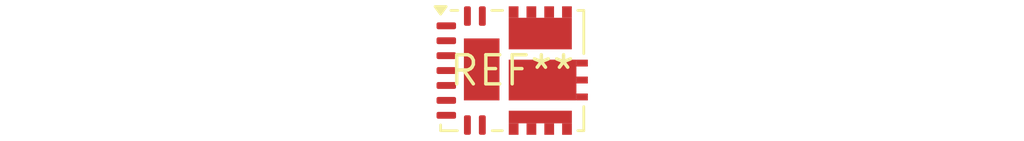
<source format=kicad_pcb>
(kicad_pcb (version 20240108) (generator pcbnew)
  (layers (0 "F.Cu" signal) (31 "B.Cu" signal) (34 "B.Paste" user) (35 "F.Paste" user) (36 "B.SilkS" user "B.Silkscreen") (37 "F.SilkS" user "F.Silkscreen") (38 "B.Mask" user) (39 "F.Mask" user) (44 "Edge.Cuts" user))
  (net 0 "")
  (footprint "Infineon_PQFN-22-15-4EP_6x5mm_P0.65mm" (layer "F.Cu") (at 0 0)
    (property "Reference" "REF**")
    (property "Value" "Infineon_PQFN-22-15-4EP_6x5mm_P0.65mm")
    (fp_line (start -3.12 2.62) (end -3.12 2.37) (layer "F.SilkS") (stroke (width 0.12)))
    (fp_line (start -2.39 2.62) (end -3.12 2.62) (layer "F.SilkS") (stroke (width 0.12)))
    (fp_line (start -2.37 -2.62) (end -2.67 -2.62) (layer "F.SilkS") (stroke (width 0.12)))
    (fp_line (start -0.89 -2.62) (end -0.42 -2.62) (layer "F.SilkS") (stroke (width 0.12)))
    (fp_line (start -0.87 2.62) (end -0.43 2.62) (layer "F.SilkS") (stroke (width 0.12)))
    (fp_line (start 3.12 -2.62) (end 2.86 -2.62) (layer "F.SilkS") (stroke (width 0.12)))
    (fp_line (start 3.12 -2.62) (end 3.12 -0.74) (layer "F.SilkS") (stroke (width 0.12)))
    (fp_line (start 3.12 1.57) (end 3.12 2.62) (layer "F.SilkS") (stroke (width 0.12)))
    (fp_line (start 3.12 2.62) (end 2.86 2.62) (layer "F.SilkS") (stroke (width 0.12)))
    (fp_poly (pts (xy -3.12 -2.46) (xy -3.36 -2.79) (xy -2.88 -2.79) (xy -3.12 -2.46)) (layer "F.SilkS") (stroke (width 0.12)) (fill solid))
    (pad "1" smd roundrect (at -2.8725 -1.95) (size 0.85 0.3) (layers "F.Cu" "F.Mask"))
    (pad "2" smd roundrect (at -2.8725 -1.3) (size 0.85 0.3) (layers "F.Cu" "F.Mask"))
    (pad "3" smd roundrect (at -2.8725 -0.65) (size 0.85 0.3) (layers "F.Cu" "F.Mask"))
    (pad "4" smd roundrect (at -2.8725 0) (size 0.85 0.3) (layers "F.Cu" "F.Mask"))
    (pad "5" smd roundrect (at -2.8725 0.65) (size 0.85 0.3) (layers "F.Cu" "F.Mask"))
    (pad "6" smd roundrect (at -2.8725 1.3) (size 0.85 0.3) (layers "F.Cu" "F.Mask"))
    (pad "7" smd roundrect (at -2.8725 1.95) (size 0.85 0.3) (layers "F.Cu" "F.Mask"))
    (pad "8" smd roundrect (at -1.9525 2.375) (size 0.3 0.85) (layers "F.Cu" "F.Mask"))
    (pad "9" smd roundrect (at -1.3025 2.375) (size 0.3 0.85) (layers "F.Cu" "F.Mask"))
    (pad "10" smd rect (at 0.0625 2.55) (size 0.425 0.5) (layers "F.Cu" "F.Mask"))
    (pad "10" smd rect (at 0.8375 2.55) (size 0.425 0.5) (layers "F.Cu" "F.Mask"))
    (pad "10" smd rect (at 1.225 2.025) (size 2.75 0.55) (layers "F.Cu" "F.Mask"))
    (pad "10" smd rect (at 1.6125 2.55) (size 0.425 0.5) (layers "F.Cu" "F.Mask"))
    (pad "10" smd rect (at 2.3875 2.55) (size 0.425 0.5) (layers "F.Cu" "F.Mask"))
    (pad "11" smd rect (at 1.3225 0.4125) (size 2.95 1.775) (layers "F.Cu" "F.Mask"))
    (pad "11" smd rect (at 3.0475 -0.32525) (size 0.5 0.2995) (layers "F.Cu" "F.Mask"))
    (pad "11" smd rect (at 3.0475 0.4125) (size 0.5 0.3) (layers "F.Cu" "F.Mask"))
    (pad "11" smd rect (at 3.0475 1.15025) (size 0.5 0.2995) (layers "F.Cu" "F.Mask"))
    (pad "12" smd rect (at 0.0605 -2.55) (size 0.425 0.5) (layers "F.Cu" "F.Mask"))
    (pad "12" smd rect (at 0.8355 -2.55) (size 0.425 0.5) (layers "F.Cu" "F.Mask"))
    (pad "12" smd rect (at 1.223 -1.6125) (size 2.75 1.375) (layers "F.Cu" "F.Mask"))
    (pad "12" smd rect (at 1.6105 -2.55) (size 0.425 0.5) (layers "F.Cu" "F.Mask"))
    (pad "12" smd rect (at 2.3855 -2.55) (size 0.425 0.5) (layers "F.Cu" "F.Mask"))
    (pad "13" smd roundrect (at -1.3025 -2.375) (size 0.3 0.85) (layers "F.Cu" "F.Mask"))
    (pad "14" smd roundrect (at -1.9525 -2.375) (size 0.3 0.85) (layers "F.Cu" "F.Mask"))
    (pad "15" smd rect (at -1.3305 -0.05) (size 1.55 2.7) (layers "F.Cu" "F.Mask"))
  )
)
</source>
